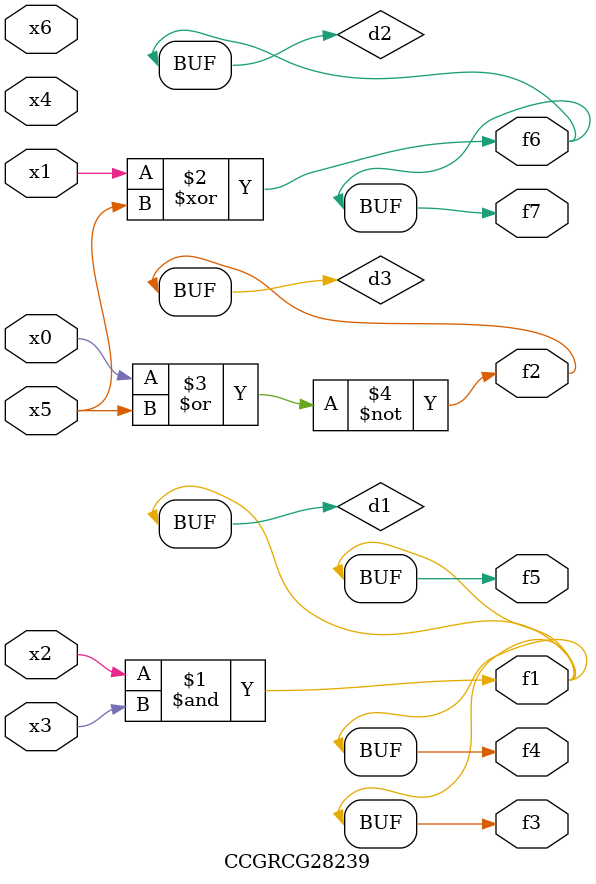
<source format=v>
module CCGRCG28239(
	input x0, x1, x2, x3, x4, x5, x6,
	output f1, f2, f3, f4, f5, f6, f7
);

	wire d1, d2, d3;

	and (d1, x2, x3);
	xor (d2, x1, x5);
	nor (d3, x0, x5);
	assign f1 = d1;
	assign f2 = d3;
	assign f3 = d1;
	assign f4 = d1;
	assign f5 = d1;
	assign f6 = d2;
	assign f7 = d2;
endmodule

</source>
